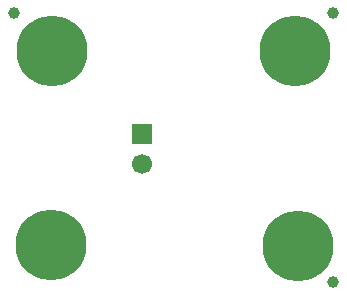
<source format=gbs>
G04 #@! TF.GenerationSoftware,KiCad,Pcbnew,9.0.1+1*
G04 #@! TF.CreationDate,2025-11-07T12:42:57+00:00*
G04 #@! TF.ProjectId,intergalaktik,696e7465-7267-4616-9c61-6b74696b2e6b,v1.0*
G04 #@! TF.SameCoordinates,Original*
G04 #@! TF.FileFunction,Soldermask,Bot*
G04 #@! TF.FilePolarity,Negative*
%FSLAX46Y46*%
G04 Gerber Fmt 4.6, Leading zero omitted, Abs format (unit mm)*
G04 Created by KiCad (PCBNEW 9.0.1+1) date 2025-11-07 12:42:57*
%MOMM*%
%LPD*%
G01*
G04 APERTURE LIST*
%ADD10C,6.000000*%
%ADD11R,1.700000X1.700000*%
%ADD12C,1.700000*%
%ADD13C,1.000000*%
G04 APERTURE END LIST*
D10*
X125060000Y-124290000D03*
D11*
X132720000Y-114890000D03*
D12*
X132720000Y-117430000D03*
D10*
X145680000Y-107850000D03*
X145920000Y-124310000D03*
X125110000Y-107800000D03*
D13*
X148910000Y-127400000D03*
X148900000Y-104620000D03*
X121930000Y-104620000D03*
M02*

</source>
